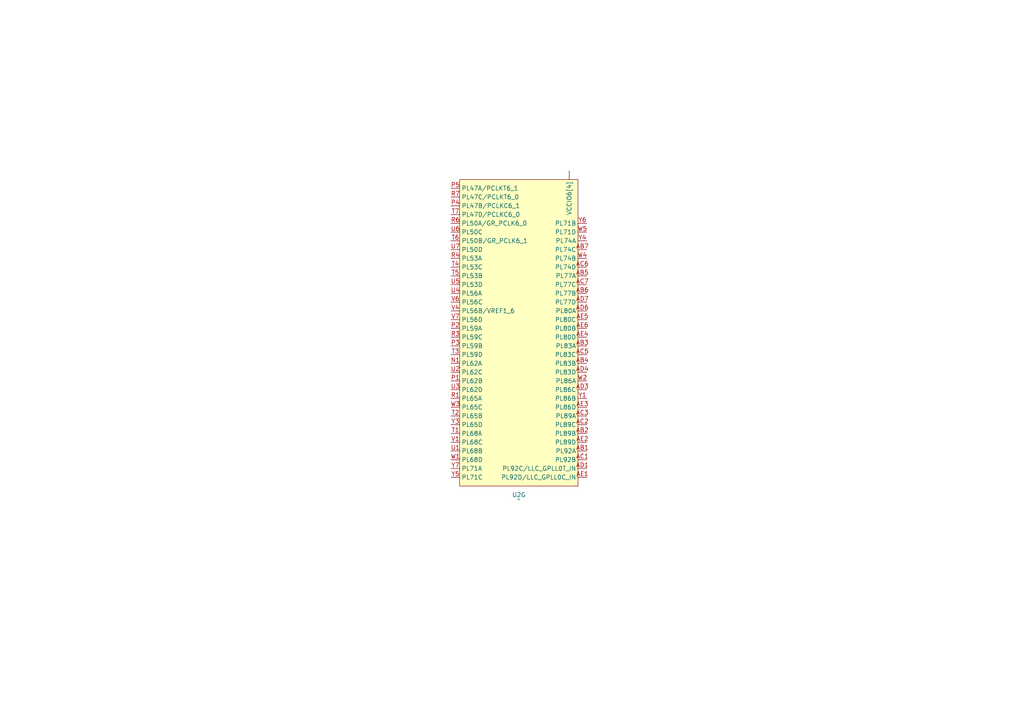
<source format=kicad_sch>
(kicad_sch (version 20231120) (generator "eeschema") (generator_version "8.0")
  (paper "A4")
  (title_block (title "${Project Designation}") (date "2024-06-30") (rev "${Revision}") (comment 1 "${Project Title}") (comment 2 "FPGA BANK 6") (comment 3 "${Part Number}"))
  (lib_symbols
    (symbol "ECAP5-BSOM:LFE5U-85F-*BG756*"
      (property "Reference" "U" (at -1.016 3.81 0))
      (symbol "LFE5U-85F-*BG756*_1_0"
        (pin power_in line (at 8.89 -15.24 90) (length 2.54) (name "GND[265]") (number ""))
        (pin power_in line (at 22.86 0 180) (length 2.54) (name "VCCAUX[8]") (number ""))
        (pin power_in line (at -5.08 0 0) (length 2.54) (name "VCC[36]") (number ""))
        (pin power_in line (at 8.89 -15.24 90) (length 2.54) hide (name "GND") (number "AA11"))
        (pin power_in line (at -5.08 0 0) (length 2.54) hide (name "VCC") (number "AA12"))
        (pin power_in line (at -5.08 0 0) (length 2.54) hide (name "VCC") (number "AA13"))
        (pin power_in line (at -5.08 0 0) (length 2.54) hide (name "VCC") (number "AA14"))
        (pin power_in line (at -5.08 0 0) (length 2.54) hide (name "VCC") (number "AA15"))
        (pin power_in line (at -5.08 0 0) (length 2.54) hide (name "VCC") (number "AA16"))
        (pin power_in line (at -5.08 0 0) (length 2.54) hide (name "VCC") (number "AA17"))
        (pin power_in line (at -5.08 0 0) (length 2.54) hide (name "VCC") (number "AA18"))
        (pin power_in line (at -5.08 0 0) (length 2.54) hide (name "VCC") (number "AA19"))
        (pin power_in line (at -5.08 0 0) (length 2.54) hide (name "VCC") (number "AA20"))
        (pin power_in line (at -5.08 0 0) (length 2.54) hide (name "VCC") (number "AA21"))
        (pin power_in line (at 8.89 -15.24 90) (length 2.54) hide (name "GND") (number "AA22"))
        (pin power_in line (at 8.89 -15.24 90) (length 2.54) hide (name "GND") (number "AB11"))
        (pin power_in line (at 8.89 -15.24 90) (length 2.54) hide (name "GND") (number "AB12"))
        (pin power_in line (at 8.89 -15.24 90) (length 2.54) hide (name "GND") (number "AB13"))
        (pin power_in line (at 8.89 -15.24 90) (length 2.54) hide (name "GND") (number "AB14"))
        (pin power_in line (at 8.89 -15.24 90) (length 2.54) hide (name "GND") (number "AB15"))
        (pin power_in line (at 8.89 -15.24 90) (length 2.54) hide (name "GND") (number "AB16"))
        (pin power_in line (at 8.89 -15.24 90) (length 2.54) hide (name "GND") (number "AB17"))
        (pin power_in line (at 8.89 -15.24 90) (length 2.54) hide (name "GND") (number "AB18"))
        (pin power_in line (at 8.89 -15.24 90) (length 2.54) hide (name "GND") (number "AB19"))
        (pin power_in line (at 8.89 -15.24 90) (length 2.54) hide (name "GND") (number "AB20"))
        (pin power_in line (at 8.89 -15.24 90) (length 2.54) hide (name "GND") (number "AB21"))
        (pin power_in line (at 8.89 -15.24 90) (length 2.54) hide (name "GND") (number "AB22"))
        (pin power_in line (at 22.86 0 180) (length 2.54) hide (name "VCCAUX") (number "AC11"))
        (pin power_in line (at 8.89 -15.24 90) (length 2.54) hide (name "GND") (number "AC12"))
        (pin power_in line (at 8.89 -15.24 90) (length 2.54) hide (name "GND") (number "AC13"))
        (pin power_in line (at 8.89 -15.24 90) (length 2.54) hide (name "GND") (number "AC14"))
        (pin power_in line (at 8.89 -15.24 90) (length 2.54) hide (name "GND") (number "AC15"))
        (pin power_in line (at 8.89 -15.24 90) (length 2.54) hide (name "GND") (number "AC16"))
        (pin power_in line (at 8.89 -15.24 90) (length 2.54) hide (name "GND") (number "AC17"))
        (pin power_in line (at 8.89 -15.24 90) (length 2.54) hide (name "GND") (number "AC18"))
        (pin power_in line (at 8.89 -15.24 90) (length 2.54) hide (name "GND") (number "AC19"))
        (pin power_in line (at 8.89 -15.24 90) (length 2.54) hide (name "GND") (number "AC20"))
        (pin power_in line (at 8.89 -15.24 90) (length 2.54) hide (name "GND") (number "AC21"))
        (pin power_in line (at 22.86 0 180) (length 2.54) hide (name "VCCAUX") (number "AC22"))
        (pin power_in line (at 8.89 -15.24 90) (length 2.54) hide (name "GND") (number "AD2"))
        (pin power_in line (at 8.89 -15.24 90) (length 2.54) hide (name "GND") (number "AD28"))
        (pin power_in line (at 8.89 -15.24 90) (length 2.54) hide (name "GND") (number "AD31"))
        (pin power_in line (at 8.89 -15.24 90) (length 2.54) hide (name "GND") (number "AD5"))
        (pin power_in line (at 8.89 -15.24 90) (length 2.54) hide (name "GND") (number "AF11"))
        (pin power_in line (at 8.89 -15.24 90) (length 2.54) hide (name "GND") (number "AF12"))
        (pin power_in line (at 8.89 -15.24 90) (length 2.54) hide (name "GND") (number "AF14"))
        (pin power_in line (at 8.89 -15.24 90) (length 2.54) hide (name "GND") (number "AF15"))
        (pin power_in line (at 8.89 -15.24 90) (length 2.54) hide (name "GND") (number "AF16"))
        (pin power_in line (at 8.89 -15.24 90) (length 2.54) hide (name "GND") (number "AF17"))
        (pin power_in line (at 8.89 -15.24 90) (length 2.54) hide (name "GND") (number "AF19"))
        (pin power_in line (at 8.89 -15.24 90) (length 2.54) hide (name "GND") (number "AF20"))
        (pin power_in line (at 8.89 -15.24 90) (length 2.54) hide (name "GND") (number "AF22"))
        (pin power_in line (at 8.89 -15.24 90) (length 2.54) hide (name "GND") (number "AF23"))
        (pin power_in line (at 8.89 -15.24 90) (length 2.54) hide (name "GND") (number "AG11"))
        (pin power_in line (at 8.89 -15.24 90) (length 2.54) hide (name "GND") (number "AG12"))
        (pin power_in line (at 8.89 -15.24 90) (length 2.54) hide (name "GND") (number "AG14"))
        (pin power_in line (at 8.89 -15.24 90) (length 2.54) hide (name "GND") (number "AG15"))
        (pin power_in line (at 8.89 -15.24 90) (length 2.54) hide (name "GND") (number "AG16"))
        (pin power_in line (at 8.89 -15.24 90) (length 2.54) hide (name "GND") (number "AG17"))
        (pin power_in line (at 8.89 -15.24 90) (length 2.54) hide (name "GND") (number "AG19"))
        (pin power_in line (at 8.89 -15.24 90) (length 2.54) hide (name "GND") (number "AG20"))
        (pin power_in line (at 8.89 -15.24 90) (length 2.54) hide (name "GND") (number "AG22"))
        (pin power_in line (at 8.89 -15.24 90) (length 2.54) hide (name "GND") (number "AG23"))
        (pin power_in line (at 8.89 -15.24 90) (length 2.54) hide (name "GND") (number "AG9"))
        (pin power_in line (at 8.89 -15.24 90) (length 2.54) hide (name "GND") (number "AH11"))
        (pin power_in line (at 8.89 -15.24 90) (length 2.54) hide (name "GND") (number "AH12"))
        (pin power_in line (at 8.89 -15.24 90) (length 2.54) hide (name "GND") (number "AH14"))
        (pin power_in line (at 8.89 -15.24 90) (length 2.54) hide (name "GND") (number "AH15"))
        (pin power_in line (at 8.89 -15.24 90) (length 2.54) hide (name "GND") (number "AH16"))
        (pin power_in line (at 8.89 -15.24 90) (length 2.54) hide (name "GND") (number "AH17"))
        (pin power_in line (at 8.89 -15.24 90) (length 2.54) hide (name "GND") (number "AH19"))
        (pin power_in line (at 8.89 -15.24 90) (length 2.54) hide (name "GND") (number "AH2"))
        (pin power_in line (at 8.89 -15.24 90) (length 2.54) hide (name "GND") (number "AH20"))
        (pin power_in line (at 8.89 -15.24 90) (length 2.54) hide (name "GND") (number "AH22"))
        (pin power_in line (at 8.89 -15.24 90) (length 2.54) hide (name "GND") (number "AH23"))
        (pin power_in line (at 8.89 -15.24 90) (length 2.54) hide (name "GND") (number "AH24"))
        (pin power_in line (at 8.89 -15.24 90) (length 2.54) hide (name "GND") (number "AH25"))
        (pin power_in line (at 8.89 -15.24 90) (length 2.54) hide (name "GND") (number "AH26"))
        (pin power_in line (at 8.89 -15.24 90) (length 2.54) hide (name "GND") (number "AH29"))
        (pin power_in line (at 8.89 -15.24 90) (length 2.54) hide (name "GND") (number "AH31"))
        (pin power_in line (at 8.89 -15.24 90) (length 2.54) hide (name "GND") (number "AH5"))
        (pin power_in line (at 8.89 -15.24 90) (length 2.54) hide (name "GND") (number "AH7"))
        (pin power_in line (at 8.89 -15.24 90) (length 2.54) hide (name "GND") (number "AH8"))
        (pin power_in line (at 8.89 -15.24 90) (length 2.54) hide (name "GND") (number "AH9"))
        (pin power_in line (at 8.89 -15.24 90) (length 2.54) hide (name "GND") (number "AJ10"))
        (pin power_in line (at 8.89 -15.24 90) (length 2.54) hide (name "GND") (number "AJ11"))
        (pin power_in line (at 8.89 -15.24 90) (length 2.54) hide (name "GND") (number "AJ12"))
        (pin power_in line (at 8.89 -15.24 90) (length 2.54) hide (name "GND") (number "AJ13"))
        (pin power_in line (at 8.89 -15.24 90) (length 2.54) hide (name "GND") (number "AJ14"))
        (pin power_in line (at 8.89 -15.24 90) (length 2.54) hide (name "GND") (number "AJ15"))
        (pin power_in line (at 8.89 -15.24 90) (length 2.54) hide (name "GND") (number "AJ16"))
        (pin power_in line (at 8.89 -15.24 90) (length 2.54) hide (name "GND") (number "AJ17"))
        (pin power_in line (at 8.89 -15.24 90) (length 2.54) hide (name "GND") (number "AJ18"))
        (pin power_in line (at 8.89 -15.24 90) (length 2.54) hide (name "GND") (number "AJ19"))
        (pin power_in line (at 8.89 -15.24 90) (length 2.54) hide (name "GND") (number "AJ20"))
        (pin power_in line (at 8.89 -15.24 90) (length 2.54) hide (name "GND") (number "AJ21"))
        (pin power_in line (at 8.89 -15.24 90) (length 2.54) hide (name "GND") (number "AJ22"))
        (pin power_in line (at 8.89 -15.24 90) (length 2.54) hide (name "GND") (number "AJ23"))
        (pin power_in line (at 8.89 -15.24 90) (length 2.54) hide (name "GND") (number "AJ24"))
        (pin power_in line (at 8.89 -15.24 90) (length 2.54) hide (name "GND") (number "AJ25"))
        (pin power_in line (at 8.89 -15.24 90) (length 2.54) hide (name "GND") (number "AJ26"))
        (pin power_in line (at 8.89 -15.24 90) (length 2.54) hide (name "GND") (number "AJ7"))
        (pin power_in line (at 8.89 -15.24 90) (length 2.54) hide (name "GND") (number "AJ8"))
        (pin power_in line (at 8.89 -15.24 90) (length 2.54) hide (name "GND") (number "AJ9"))
        (pin power_in line (at 8.89 -15.24 90) (length 2.54) hide (name "GND") (number "AK11"))
        (pin power_in line (at 8.89 -15.24 90) (length 2.54) hide (name "GND") (number "AK14"))
        (pin power_in line (at 8.89 -15.24 90) (length 2.54) hide (name "GND") (number "AK17"))
        (pin power_in line (at 8.89 -15.24 90) (length 2.54) hide (name "GND") (number "AK20"))
        (pin power_in line (at 8.89 -15.24 90) (length 2.54) hide (name "GND") (number "AK23"))
        (pin power_in line (at 8.89 -15.24 90) (length 2.54) hide (name "GND") (number "AK26"))
        (pin power_in line (at 8.89 -15.24 90) (length 2.54) hide (name "GND") (number "AK7"))
        (pin power_in line (at 8.89 -15.24 90) (length 2.54) hide (name "GND") (number "AK8"))
        (pin power_in line (at 8.89 -15.24 90) (length 2.54) hide (name "GND") (number "AL11"))
        (pin power_in line (at 8.89 -15.24 90) (length 2.54) hide (name "GND") (number "AL12"))
        (pin power_in line (at 8.89 -15.24 90) (length 2.54) hide (name "GND") (number "AL14"))
        (pin power_in line (at 8.89 -15.24 90) (length 2.54) hide (name "GND") (number "AL15"))
        (pin power_in line (at 8.89 -15.24 90) (length 2.54) hide (name "GND") (number "AL17"))
        (pin power_in line (at 8.89 -15.24 90) (length 2.54) hide (name "GND") (number "AL18"))
        (pin power_in line (at 8.89 -15.24 90) (length 2.54) hide (name "GND") (number "AL2"))
        (pin power_in line (at 8.89 -15.24 90) (length 2.54) hide (name "GND") (number "AL20"))
        (pin power_in line (at 8.89 -15.24 90) (length 2.54) hide (name "GND") (number "AL21"))
        (pin power_in line (at 8.89 -15.24 90) (length 2.54) hide (name "GND") (number "AL23"))
        (pin power_in line (at 8.89 -15.24 90) (length 2.54) hide (name "GND") (number "AL24"))
        (pin power_in line (at 8.89 -15.24 90) (length 2.54) hide (name "GND") (number "AL26"))
        (pin power_in line (at 8.89 -15.24 90) (length 2.54) hide (name "GND") (number "AL29"))
        (pin power_in line (at 8.89 -15.24 90) (length 2.54) hide (name "GND") (number "AL31"))
        (pin power_in line (at 8.89 -15.24 90) (length 2.54) hide (name "GND") (number "AL5"))
        (pin power_in line (at 8.89 -15.24 90) (length 2.54) hide (name "GND") (number "AL7"))
        (pin power_in line (at 8.89 -15.24 90) (length 2.54) hide (name "GND") (number "AL8"))
        (pin power_in line (at 8.89 -15.24 90) (length 2.54) hide (name "GND") (number "AL9"))
        (pin power_in line (at 8.89 -15.24 90) (length 2.54) hide (name "GND") (number "AM11"))
        (pin power_in line (at 8.89 -15.24 90) (length 2.54) hide (name "GND") (number "AM12"))
        (pin power_in line (at 8.89 -15.24 90) (length 2.54) hide (name "GND") (number "AM14"))
        (pin power_in line (at 8.89 -15.24 90) (length 2.54) hide (name "GND") (number "AM15"))
        (pin power_in line (at 8.89 -15.24 90) (length 2.54) hide (name "GND") (number "AM17"))
        (pin power_in line (at 8.89 -15.24 90) (length 2.54) hide (name "GND") (number "AM18"))
        (pin power_in line (at 8.89 -15.24 90) (length 2.54) hide (name "GND") (number "AM20"))
        (pin power_in line (at 8.89 -15.24 90) (length 2.54) hide (name "GND") (number "AM21"))
        (pin power_in line (at 8.89 -15.24 90) (length 2.54) hide (name "GND") (number "AM23"))
        (pin power_in line (at 8.89 -15.24 90) (length 2.54) hide (name "GND") (number "AM24"))
        (pin power_in line (at 8.89 -15.24 90) (length 2.54) hide (name "GND") (number "AM26"))
        (pin power_in line (at 8.89 -15.24 90) (length 2.54) hide (name "GND") (number "AM7"))
        (pin power_in line (at 8.89 -15.24 90) (length 2.54) hide (name "GND") (number "AM8"))
        (pin power_in line (at 8.89 -15.24 90) (length 2.54) hide (name "GND") (number "AM9"))
        (pin power_in line (at 8.89 -15.24 90) (length 2.54) hide (name "GND") (number "B13"))
        (pin power_in line (at 8.89 -15.24 90) (length 2.54) hide (name "GND") (number "B15"))
        (pin power_in line (at 8.89 -15.24 90) (length 2.54) hide (name "GND") (number "B18"))
        (pin power_in line (at 8.89 -15.24 90) (length 2.54) hide (name "GND") (number "B2"))
        (pin power_in line (at 8.89 -15.24 90) (length 2.54) hide (name "GND") (number "B20"))
        (pin power_in line (at 8.89 -15.24 90) (length 2.54) hide (name "GND") (number "B24"))
        (pin power_in line (at 8.89 -15.24 90) (length 2.54) hide (name "GND") (number "B28"))
        (pin power_in line (at 8.89 -15.24 90) (length 2.54) hide (name "GND") (number "B31"))
        (pin power_in line (at 8.89 -15.24 90) (length 2.54) hide (name "GND") (number "B5"))
        (pin power_in line (at 8.89 -15.24 90) (length 2.54) hide (name "GND") (number "B9"))
        (pin power_in line (at 8.89 -15.24 90) (length 2.54) hide (name "GND") (number "E13"))
        (pin power_in line (at 8.89 -15.24 90) (length 2.54) hide (name "GND") (number "E15"))
        (pin power_in line (at 8.89 -15.24 90) (length 2.54) hide (name "GND") (number "E18"))
        (pin power_in line (at 8.89 -15.24 90) (length 2.54) hide (name "GND") (number "E2"))
        (pin power_in line (at 8.89 -15.24 90) (length 2.54) hide (name "GND") (number "E20"))
        (pin power_in line (at 8.89 -15.24 90) (length 2.54) hide (name "GND") (number "E24"))
        (pin power_in line (at 8.89 -15.24 90) (length 2.54) hide (name "GND") (number "E28"))
        (pin power_in line (at 8.89 -15.24 90) (length 2.54) hide (name "GND") (number "E31"))
        (pin power_in line (at 8.89 -15.24 90) (length 2.54) hide (name "GND") (number "E5"))
        (pin power_in line (at 8.89 -15.24 90) (length 2.54) hide (name "GND") (number "E9"))
        (pin power_in line (at 8.89 -15.24 90) (length 2.54) hide (name "GND") (number "J2"))
        (pin power_in line (at 8.89 -15.24 90) (length 2.54) hide (name "GND") (number "J28"))
        (pin power_in line (at 8.89 -15.24 90) (length 2.54) hide (name "GND") (number "J31"))
        (pin power_in line (at 8.89 -15.24 90) (length 2.54) hide (name "GND") (number "J5"))
        (pin power_in line (at 8.89 -15.24 90) (length 2.54) hide (name "GND") (number "K10"))
        (pin power_in line (at 8.89 -15.24 90) (length 2.54) hide (name "GND") (number "K11"))
        (pin power_in line (at 22.86 0 180) (length 2.54) hide (name "VCCAUX") (number "K13"))
        (pin power_in line (at 22.86 0 180) (length 2.54) hide (name "VCCAUX") (number "K20"))
        (pin power_in line (at 8.89 -15.24 90) (length 2.54) hide (name "GND") (number "K22"))
        (pin power_in line (at 8.89 -15.24 90) (length 2.54) hide (name "GND") (number "K23"))
        (pin power_in line (at 8.89 -15.24 90) (length 2.54) hide (name "GND") (number "L10"))
        (pin power_in line (at 8.89 -15.24 90) (length 2.54) hide (name "GND") (number "L11"))
        (pin power_in line (at 8.89 -15.24 90) (length 2.54) hide (name "GND") (number "L12"))
        (pin power_in line (at 8.89 -15.24 90) (length 2.54) hide (name "GND") (number "L13"))
        (pin power_in line (at 8.89 -15.24 90) (length 2.54) hide (name "GND") (number "L14"))
        (pin power_in line (at 8.89 -15.24 90) (length 2.54) hide (name "GND") (number "L15"))
        (pin power_in line (at 8.89 -15.24 90) (length 2.54) hide (name "GND") (number "L16"))
        (pin power_in line (at 8.89 -15.24 90) (length 2.54) hide (name "GND") (number "L17"))
        (pin power_in line (at 8.89 -15.24 90) (length 2.54) hide (name "GND") (number "L18"))
        (pin power_in line (at 8.89 -15.24 90) (length 2.54) hide (name "GND") (number "L19"))
        (pin power_in line (at 8.89 -15.24 90) (length 2.54) hide (name "GND") (number "L20"))
        (pin power_in line (at 8.89 -15.24 90) (length 2.54) hide (name "GND") (number "L21"))
        (pin power_in line (at 8.89 -15.24 90) (length 2.54) hide (name "GND") (number "L22"))
        (pin power_in line (at 8.89 -15.24 90) (length 2.54) hide (name "GND") (number "L23"))
        (pin power_in line (at 8.89 -15.24 90) (length 2.54) hide (name "GND") (number "M11"))
        (pin power_in line (at -5.08 0 0) (length 2.54) hide (name "VCC") (number "M12"))
        (pin power_in line (at -5.08 0 0) (length 2.54) hide (name "VCC") (number "M13"))
        (pin power_in line (at -5.08 0 0) (length 2.54) hide (name "VCC") (number "M14"))
        (pin power_in line (at -5.08 0 0) (length 2.54) hide (name "VCC") (number "M15"))
        (pin power_in line (at -5.08 0 0) (length 2.54) hide (name "VCC") (number "M16"))
        (pin power_in line (at -5.08 0 0) (length 2.54) hide (name "VCC") (number "M17"))
        (pin power_in line (at -5.08 0 0) (length 2.54) hide (name "VCC") (number "M18"))
        (pin power_in line (at -5.08 0 0) (length 2.54) hide (name "VCC") (number "M19"))
        (pin power_in line (at -5.08 0 0) (length 2.54) hide (name "VCC") (number "M20"))
        (pin power_in line (at -5.08 0 0) (length 2.54) hide (name "VCC") (number "M21"))
        (pin power_in line (at 8.89 -15.24 90) (length 2.54) hide (name "GND") (number "M22"))
        (pin power_in line (at 22.86 0 180) (length 2.54) hide (name "VCCAUX") (number "N10"))
        (pin power_in line (at 8.89 -15.24 90) (length 2.54) hide (name "GND") (number "N11"))
        (pin power_in line (at -5.08 0 0) (length 2.54) hide (name "VCC") (number "N12"))
        (pin power_in line (at 8.89 -15.24 90) (length 2.54) hide (name "GND") (number "N13"))
        (pin power_in line (at 8.89 -15.24 90) (length 2.54) hide (name "GND") (number "N14"))
        (pin power_in line (at 8.89 -15.24 90) (length 2.54) hide (name "GND") (number "N15"))
        (pin power_in line (at 8.89 -15.24 90) (length 2.54) hide (name "GND") (number "N16"))
        (pin power_in line (at 8.89 -15.24 90) (length 2.54) hide (name "GND") (number "N17"))
        (pin power_in line (at 8.89 -15.24 90) (length 2.54) hide (name "GND") (number "N18"))
        (pin power_in line (at 8.89 -15.24 90) (length 2.54) hide (name "GND") (number "N19"))
        (pin power_in line (at 8.89 -15.24 90) (length 2.54) hide (name "GND") (number "N2"))
        (pin power_in line (at 8.89 -15.24 90) (length 2.54) hide (name "GND") (number "N20"))
        (pin power_in line (at -5.08 0 0) (length 2.54) hide (name "VCC") (number "N21"))
        (pin power_in line (at 8.89 -15.24 90) (length 2.54) hide (name "GND") (number "N22"))
        (pin power_in line (at 22.86 0 180) (length 2.54) hide (name "VCCAUX") (number "N23"))
        (pin power_in line (at 8.89 -15.24 90) (length 2.54) hide (name "GND") (number "N28"))
        (pin power_in line (at 8.89 -15.24 90) (length 2.54) hide (name "GND") (number "N31"))
        (pin power_in line (at 8.89 -15.24 90) (length 2.54) hide (name "GND") (number "N5"))
        (pin power_in line (at 8.89 -15.24 90) (length 2.54) hide (name "GND") (number "P11"))
        (pin power_in line (at -5.08 0 0) (length 2.54) hide (name "VCC") (number "P12"))
        (pin power_in line (at 8.89 -15.24 90) (length 2.54) hide (name "GND") (number "P13"))
        (pin power_in line (at 8.89 -15.24 90) (length 2.54) hide (name "GND") (number "P14"))
        (pin power_in line (at 8.89 -15.24 90) (length 2.54) hide (name "GND") (number "P15"))
        (pin power_in line (at 8.89 -15.24 90) (length 2.54) hide (name "GND") (number "P16"))
        (pin power_in line (at 8.89 -15.24 90) (length 2.54) hide (name "GND") (number "P17"))
        (pin power_in line (at 8.89 -15.24 90) (length 2.54) hide (name "GND") (number "P18"))
        (pin power_in line (at 8.89 -15.24 90) (length 2.54) hide (name "GND") (number "P19"))
        (pin power_in line (at -5.08 0 0) (length 2.54) hide (name "VCC") (number "P21"))
        (pin power_in line (at 8.89 -15.24 90) (length 2.54) hide (name "GND") (number "P22"))
        (pin power_in line (at -5.08 0 0) (length 2.54) hide (name "VCC") (number "R12"))
        (pin power_in line (at 8.89 -15.24 90) (length 2.54) hide (name "GND") (number "R13"))
        (pin power_in line (at 8.89 -15.24 90) (length 2.54) hide (name "GND") (number "R14"))
        (pin power_in line (at 8.89 -15.24 90) (length 2.54) hide (name "GND") (number "R15"))
        (pin power_in line (at 8.89 -15.24 90) (length 2.54) hide (name "GND") (number "R16"))
        (pin power_in line (at 8.89 -15.24 90) (length 2.54) hide (name "GND") (number "R17"))
        (pin power_in line (at 8.89 -15.24 90) (length 2.54) hide (name "GND") (number "R18"))
        (pin power_in line (at 8.89 -15.24 90) (length 2.54) hide (name "GND") (number "R19"))
        (pin power_in line (at 8.89 -15.24 90) (length 2.54) hide (name "GND") (number "R2"))
        (pin power_in line (at 8.89 -15.24 90) (length 2.54) hide (name "GND") (number "R20"))
        (pin power_in line (at -5.08 0 0) (length 2.54) hide (name "VCC") (number "R21"))
        (pin power_in line (at 8.89 -15.24 90) (length 2.54) hide (name "GND") (number "R22"))
        (pin power_in line (at 8.89 -15.24 90) (length 2.54) hide (name "GND") (number "R28"))
        (pin power_in line (at 8.89 -15.24 90) (length 2.54) hide (name "GND") (number "R31"))
        (pin power_in line (at 8.89 -15.24 90) (length 2.54) hide (name "GND") (number "R5"))
        (pin power_in line (at 8.89 -15.24 90) (length 2.54) hide (name "GND") (number "T11"))
        (pin power_in line (at -5.08 0 0) (length 2.54) hide (name "VCC") (number "T12"))
        (pin power_in line (at 8.89 -15.24 90) (length 2.54) hide (name "GND") (number "T13"))
        (pin power_in line (at 8.89 -15.24 90) (length 2.54) hide (name "GND") (number "T14"))
        (pin power_in line (at 8.89 -15.24 90) (length 2.54) hide (name "GND") (number "T15"))
        (pin power_in line (at 8.89 -15.24 90) (length 2.54) hide (name "GND") (number "T16"))
        (pin power_in line (at 8.89 -15.24 90) (length 2.54) hide (name "GND") (number "T17"))
        (pin power_in line (at 8.89 -15.24 90) (length 2.54) hide (name "GND") (number "T18"))
        (pin power_in line (at 8.89 -15.24 90) (length 2.54) hide (name "GND") (number "T19"))
        (pin power_in line (at 8.89 -15.24 90) (length 2.54) hide (name "GND") (number "T20"))
        (pin power_in line (at -5.08 0 0) (length 2.54) hide (name "VCC") (number "T21"))
        (pin power_in line (at 8.89 -15.24 90) (length 2.54) hide (name "GND") (number "T22"))
        (pin power_in line (at 8.89 -15.24 90) (length 2.54) hide (name "GND") (number "U11"))
        (pin power_in line (at -5.08 0 0) (length 2.54) hide (name "VCC") (number "U12"))
        (pin power_in line (at 8.89 -15.24 90) (length 2.54) hide (name "GND") (number "U13"))
        (pin power_in line (at 8.89 -15.24 90) (length 2.54) hide (name "GND") (number "U14"))
        (pin power_in line (at 8.89 -15.24 90) (length 2.54) hide (name "GND") (number "U15"))
        (pin power_in line (at 8.89 -15.24 90) (length 2.54) hide (name "GND") (number "U16"))
        (pin power_in line (at 8.89 -15.24 90) (length 2.54) hide (name "GND") (number "U17"))
        (pin power_in line (at 8.89 -15.24 90) (length 2.54) hide (name "GND") (number "U18"))
        (pin power_in line (at 8.89 -15.24 90) (length 2.54) hide (name "GND") (number "U19"))
        (pin power_in line (at 8.89 -15.24 90) (length 2.54) hide (name "GND") (number "U20"))
        (pin power_in line (at -5.08 0 0) (length 2.54) hide (name "VCC") (number "U21"))
        (pin power_in line (at 8.89 -15.24 90) (length 2.54) hide (name "GND") (number "U22"))
        (pin power_in line (at 8.89 -15.24 90) (length 2.54) hide (name "GND") (number "V11"))
        (pin power_in line (at -5.08 0 0) (length 2.54) hide (name "VCC") (number "V12"))
        (pin power_in line (at 8.89 -15.24 90) (length 2.54) hide (name "GND") (number "V13"))
        (pin power_in line (at 8.89 -15.24 90) (length 2.54) hide (name "GND") (number "V14"))
        (pin power_in line (at 8.89 -15.24 90) (length 2.54) hide (name "GND") (number "V15"))
        (pin power_in line (at 8.89 -15.24 90) (length 2.54) hide (name "GND") (number "V16"))
        (pin power_in line (at 8.89 -15.24 90) (length 2.54) hide (name "GND") (number "V17"))
        (pin power_in line (at 8.89 -15.24 90) (length 2.54) hide (name "GND") (number "V18"))
        (pin power_in line (at 8.89 -15.24 90) (length 2.54) hide (name "GND") (number "V19"))
        (pin power_in line (at 8.89 -15.24 90) (length 2.54) hide (name "GND") (number "V2"))
        (pin power_in line (at 8.89 -15.24 90) (length 2.54) hide (name "GND") (number "V20"))
        (pin power_in line (at -5.08 0 0) (length 2.54) hide (name "VCC") (number "V21"))
        (pin power_in line (at 8.89 -15.24 90) (length 2.54) hide (name "GND") (number "V22"))
        (pin power_in line (at 8.89 -15.24 90) (length 2.54) hide (name "GND") (number "V28"))
        (pin power_in line (at 8.89 -15.24 90) (length 2.54) hide (name "GND") (number "V31"))
        (pin power_in line (at 8.89 -15.24 90) (length 2.54) hide (name "GND") (number "V5"))
        (pin power_in line (at 8.89 -15.24 90) (length 2.54) hide (name "GND") (number "W11"))
        (pin power_in line (at -5.08 0 0) (length 2.54) hide (name "VCC") (number "W12"))
        (pin power_in line (at 8.89 -15.24 90) (length 2.54) hide (name "GND") (number "W13"))
        (pin power_in line (at 8.89 -15.24 90) (length 2.54) hide (name "GND") (number "W14"))
        (pin power_in line (at 8.89 -15.24 90) (length 2.54) hide (name "GND") (number "W15"))
        (pin power_in line (at 8.89 -15.24 90) (length 2.54) hide (name "GND") (number "W16"))
        (pin power_in line (at 8.89 -15.24 90) (length 2.54) hide (name "GND") (number "W17"))
        (pin power_in line (at 8.89 -15.24 90) (length 2.54) hide (name "GND") (number "W18"))
        (pin power_in line (at 8.89 -15.24 90) (length 2.54) hide (name "GND") (number "W19"))
        (pin power_in line (at 8.89 -15.24 90) (length 2.54) hide (name "GND") (number "W20"))
        (pin power_in line (at -5.08 0 0) (length 2.54) hide (name "VCC") (number "W21"))
        (pin power_in line (at 8.89 -15.24 90) (length 2.54) hide (name "GND") (number "W22"))
        (pin power_in line (at 22.86 0 180) (length 2.54) hide (name "VCCAUX") (number "Y10"))
        (pin power_in line (at 8.89 -15.24 90) (length 2.54) hide (name "GND") (number "Y11"))
        (pin power_in line (at -5.08 0 0) (length 2.54) hide (name "VCC") (number "Y12"))
        (pin power_in line (at 8.89 -15.24 90) (length 2.54) hide (name "GND") (number "Y13"))
        (pin power_in line (at 8.89 -15.24 90) (length 2.54) hide (name "GND") (number "Y14"))
        (pin power_in line (at 8.89 -15.24 90) (length 2.54) hide (name "GND") (number "Y15"))
        (pin power_in line (at 8.89 -15.24 90) (length 2.54) hide (name "GND") (number "Y16"))
        (pin power_in line (at 8.89 -15.24 90) (length 2.54) hide (name "GND") (number "Y17"))
        (pin power_in line (at 8.89 -15.24 90) (length 2.54) hide (name "GND") (number "Y18"))
        (pin power_in line (at 8.89 -15.24 90) (length 2.54) hide (name "GND") (number "Y19"))
        (pin power_in line (at 8.89 -15.24 90) (length 2.54) hide (name "GND") (number "Y2"))
        (pin power_in line (at 8.89 -15.24 90) (length 2.54) hide (name "GND") (number "Y20"))
        (pin power_in line (at -5.08 0 0) (length 2.54) hide (name "VCC") (number "Y21"))
        (pin power_in line (at 8.89 -15.24 90) (length 2.54) hide (name "GND") (number "Y22"))
        (pin power_in line (at 22.86 0 180) (length 2.54) hide (name "VCCAUX") (number "Y23"))
        (pin power_in line (at 8.89 -15.24 90) (length 2.54) hide (name "GND") (number "Y31"))
      )
      (symbol "LFE5U-85F-*BG756*_1_1"
        (rectangle (start -2.54 2.54) (end 20.32 -12.7) (fill (type background)))
      )
      (symbol "LFE5U-85F-*BG756*_2_0"
        (pin power_in line (at 30.48 5.08 270) (length 2.54) (name "VCCIO0[4]") (number ""))
        (pin power_in line (at -3.81 -63.5 0) (length 2.54) (name "PT31B") (number "A10"))
        (pin power_in line (at 35.56 -12.7 180) (length 2.54) (name "PT38B") (number "A11"))
        (pin power_in line (at 35.56 -22.86 180) (length 2.54) (name "PT42B") (number "A13"))
        (pin power_in line (at 35.56 -38.1 180) (length 2.54) (name "PT49B") (number "A14"))
        (pin power_in line (at 35.56 -48.26 180) (length 2.54) (name "PT54B") (number "A15"))
        (pin power_in line (at 35.56 -63.5 180) (length 2.54) (name "PT60B/GR_PCLK0_0") (number "A16"))
        (pin power_in line (at 35.56 -66.04 180) (length 2.54) (name "PT63A/PCLKT0_1") (number "A17"))
        (pin power_in line (at -3.81 -5.08 0) (length 2.54) (name "PT6A") (number "A2"))
        (pin power_in line (at -3.81 -7.62 0) (length 2.54) (name "PT6B") (number "A3"))
        (pin power_in line (at -3.81 -10.16 0) (length 2.54) (name "PT9A") (number "A4"))
        (pin power_in line (at -3.81 -12.7 0) (length 2.54) (name "PT9B") (number "A5"))
        (pin power_in line (at -3.81 -22.86 0) (length 2.54) (name "PT13B") (number "A7"))
        (pin power_in line (at -3.81 -38.1 0) (length 2.54) (name "PT20B") (number "A8"))
        (pin power_in line (at -3.81 -48.26 0) (length 2.54) (name "PT24B") (number "A9"))
        (pin power_in line (at -3.81 -60.96 0) (length 2.54) (name "PT31A") (number "B10"))
        (pin power_in line (at 35.56 -10.16 180) (length 2.54) (name "PT38A") (number "B11"))
        (pin power_in line (at 35.56 -35.56 180) (length 2.54) (name "PT49A") (number "B14"))
        (pin power_in line (at 35.56 -60.96 180) (length 2.54) (name "PT60A/GR_PCLK0_1") (number "B16"))
        (pin power_in line (at 35.56 -68.58 180) (length 2.54) (name "PT63B/PCLKC0_1") (number "B17"))
        (pin power_in line (at -3.81 0 0) (length 2.54) (name "PT4A/ULC_GPLL1T_IN") (number "B3"))
        (pin power_in line (at -3.81 -2.54 0) (length 2.54) (name "PT4B/ULC_GPLL1C_IN") (number "B4"))
        (pin power_in line (at -3.81 -20.32 0) (length 2.54) (name "PT13A") (number "B7"))
        (pin power_in line (at -3.81 -35.56 0) (length 2.54) (name "PT20A") (number "B8"))
        (pin power_in line (at -3.81 -58.42 0) (length 2.54) (name "PT29B") (number "C10"))
        (pin power_in line (at -3.81 -73.66 0) (length 2.54) (name "PT36B") (number "C11"))
        (pin power_in line (at 35.56 -20.32 180) (length 2.54) (name "PT42A") (number "C13"))
        (pin power_in line (at 35.56 -33.02 180) (length 2.54) (name "PT47B") (number "C14"))
        (pin power_in line (at 35.56 -45.72 180) (length 2.54) (name "PT54A") (number "C15"))
        (pin power_in line (at 35.56 -58.42 180) (length 2.54) (name "PT58B") (number "C16"))
        (pin power_in line (at 35.56 -71.12 180) (length 2.54) (name "PT65A/PCLKT0_0") (number "C17"))
        (pin power_in line (at -3.81 -17.78 0) (length 2.54) (name "PT11B") (number "C7"))
        (pin power_in line (at -3.81 -33.02 0) (length 2.54) (name "PT18B") (number "C8"))
        (pin power_in line (at -3.81 -45.72 0) (length 2.54) (name "PT24A") (number "C9"))
        (pin power_in line (at -3.81 -55.88 0) (length 2.54) (name "PT29A") (number "D10"))
        (pin power_in line (at -3.81 -71.12 0) (length 2.54) (name "PT36A") (number "D11"))
        (pin power_in line (at 35.56 -17.78 180) (length 2.54) (name "PT40B") (number "D13"))
        (pin power_in line (at 35.56 -30.48 180) (length 2.54) (name "PT47A") (number "D14"))
        (pin power_in line (at 35.56 -43.18 180) (length 2.54) (name "PT51B") (number "D15"))
        (pin power_in line (at 35.56 -55.88 180) (length 2.54) (name "PT58A") (number "D16"))
        (pin power_in line (at 35.56 -73.66 180) (length 2.54) (name "PT65B/PCLKC0_0") (number "D17"))
        (pin power_in line (at -3.81 -15.24 0) (length 2.54) (name "PT11A") (number "D7"))
        (pin power_in line (at -3.81 -30.48 0) (length 2.54) (name "PT18A") (number "D8"))
        (pin power_in line (at -3.81 -43.18 0) (length 2.54) (name "PT22B") (number "D9"))
        (pin power_in line (at -3.81 -53.34 0) (length 2.54) (name "PT27B") (number "E10"))
        (pin power_in line (at -3.81 -68.58 0) (length 2.54) (name "PT33B") (number "E11"))
        (pin power_in line (at 35.56 -27.94 180) (length 2.54) (name "PT45B") (number "E14"))
        (pin power_in line (at 35.56 -53.34 180) (length 2.54) (name "PT56B") (number "E16"))
        (pin power_in line (at -3.81 -27.94 0) (length 2.54) (name "PT15B") (number "E8"))
        (pin power_in line (at -3.81 -50.8 0) (length 2.54) (name "PT27A") (number "F10"))
        (pin power_in line (at -3.81 -66.04 0) (length 2.54) (name "PT33A") (number "F11"))
        (pin power_in line (at 35.56 -15.24 180) (length 2.54) (name "PT40A") (number "F13"))
        (pin power_in line (at 35.56 -25.4 180) (length 2.54) (name "PT45A") (number "F14"))
        (pin power_in line (at 35.56 -40.64 180) (length 2.54) (name "PT51A") (number "F15"))
        (pin power_in line (at 35.56 -50.8 180) (length 2.54) (name "PT56A") (number "F16"))
        (pin power_in line (at -3.81 -25.4 0) (length 2.54) (name "PT15A") (number "F8"))
        (pin power_in line (at -3.81 -40.64 0) (length 2.54) (name "PT22A") (number "F9"))
        (pin power_in line (at 30.48 5.08 270) (length 2.54) hide (name "VCCIO0") (number "K12"))
        (pin power_in line (at 30.48 5.08 270) (length 2.54) hide (name "VCCIO0") (number "K14"))
        (pin power_in line (at 30.48 5.08 270) (length 2.54) hide (name "VCCIO0") (number "K15"))
        (pin power_in line (at 30.48 5.08 270) (length 2.54) hide (name "VCCIO0") (number "K16"))
      )
      (symbol "LFE5U-85F-*BG756*_2_1"
        (rectangle (start -1.27 2.54) (end 33.02 -76.2) (fill (type background)))
      )
      (symbol "LFE5U-85F-*BG756*_3_0"
        (pin power_in line (at 30.48 5.08 270) (length 2.54) (name "VCCIO1[4]") (number ""))
        (pin power_in line (at -3.81 -5.08 0) (length 2.54) (name "PT71A/PCLKT1_0") (number "A18"))
        (pin power_in line (at -3.81 -15.24 0) (length 2.54) (name "PT76A") (number "A19"))
        (pin power_in line (at -3.81 -30.48 0) (length 2.54) (name "PT83A") (number "A20"))
        (pin power_in line (at -3.81 -40.64 0) (length 2.54) (name "PT87A") (number "A22"))
        (pin power_in line (at -3.81 -55.88 0) (length 2.54) (name "PT94A") (number "A23"))
        (pin power_in line (at -3.81 -71.12 0) (length 2.54) (name "PT101A") (number "A24"))
        (pin power_in line (at 35.56 -35.56 180) (length 2.54) (name "PT105A") (number "A25"))
        (pin power_in line (at 35.56 -50.8 180) (length 2.54) (name "PT112A") (number "A26"))
        (pin power_in line (at 35.56 -60.96 180) (length 2.54) (name "PT116A") (number "A28"))
        (pin power_in line (at 35.56 -63.5 180) (length 2.54) (name "PT116B") (number "A29"))
        (pin power_in line (at 35.56 -66.04 180) (length 2.54) (name "PT119A") (number "A30"))
        (pin power_in line (at 35.56 -68.58 180) (length 2.54) (name "PT119B") (number "A31"))
        (pin power_in line (at -3.81 -17.78 0) (length 2.54) (name "PT76B") (number "B19"))
        (pin power_in line (at -3.81 -43.18 0) (length 2.54) (name "PT87B") (number "B22"))
        (pin power_in line (at -3.81 -58.42 0) (length 2.54) (name "PT94B") (number "B23"))
        (pin power_in line (at 35.56 -38.1 180) (length 2.54) (name "PT105B") (number "B25"))
        (pin power_in line (at 35.56 -53.34 180) (length 2.54) (name "PT112B") (number "B26"))
        (pin power_in line (at 35.56 -71.12 180) (length 2.54) (name "PT121A/URC_GPLL1T_IN") (number "B29"))
        (pin power_in line (at 35.56 -73.66 180) (length 2.54) (name "PT121B/URC_GPLL1C_IN") (number "B30"))
        (pin power_in line (at -3.81 -7.62 0) (length 2.54) (name "PT71B/PCLKC1_0") (number "C18"))
        (pin power_in line (at -3.81 -20.32 0) (length 2.54) (name "PT78A") (number "C19"))
        (pin power_in line (at -3.81 -33.02 0) (length 2.54) (name "PT83B") (number "C20"))
        (pin power_in line (at -3.81 -45.72 0) (length 2.54) (name "PT89A") (number "C22"))
        (pin power_in line (at -3.81 -60.96 0) (length 2.54) (name "PT96A") (number "C23"))
        (pin power_in line (at -3.81 -73.66 0) (length 2.54) (name "PT101B") (number "C24"))
        (pin power_in line (at 35.56 -40.64 180) (length 2.54) (name "PT107A") (number "C25"))
        (pin power_in line (at 35.56 -55.88 180) (length 2.54) (name "PT114A") (number "C26"))
        (pin power_in line (at -3.81 -10.16 0) (length 2.54) (name "PT74A/GR_PCLK1_0") (number "D18"))
        (pin power_in line (at -3.81 -22.86 0) (length 2.54) (name "PT78B") (number "D19"))
        (pin power_in line (at -3.81 -35.56 0) (length 2.54) (name "PT85A") (number "D20"))
        (pin power_in line (at -3.81 -48.26 0) (length 2.54) (name "PT89B") (number "D22"))
        (pin power_in line (at -3.81 -63.5 0) (length 2.54) (name "PT96B") (number "D23"))
        (pin power_in line (at 35.56 -30.48 180) (length 2.54) (name "PT103A") (number "D24"))
        (pin power_in line (at 35.56 -43.18 180) (length 2.54) (name "PT107B") (number "D25"))
        (pin power_in line (at 35.56 -58.42 180) (length 2.54) (name "PT114B") (number "D26"))
        (pin power_in line (at -3.81 0 0) (length 2.54) (name "PT69A/PCLKT1_1") (number "E17"))
        (pin power_in line (at -3.81 -25.4 0) (length 2.54) (name "PT80A") (number "E19"))
        (pin power_in line (at -3.81 -50.8 0) (length 2.54) (name "PT92A") (number "E22"))
        (pin power_in line (at -3.81 -66.04 0) (length 2.54) (name "PT98A") (number "E23"))
        (pin power_in line (at 35.56 -45.72 180) (length 2.54) (name "PT110A") (number "E25"))
        (pin power_in line (at -3.81 -2.54 0) (length 2.54) (name "PT69B/PCLKC1_1") (number "F17"))
        (pin power_in line (at -3.81 -12.7 0) (length 2.54) (name "PT74B/GR_PCLK1_1") (number "F18"))
        (pin power_in line (at -3.81 -27.94 0) (length 2.54) (name "PT80B") (number "F19"))
        (pin power_in line (at -3.81 -38.1 0) (length 2.54) (name "PT85B") (number "F20"))
        (pin power_in line (at -3.81 -53.34 0) (length 2.54) (name "PT92B") (number "F22"))
        (pin power_in line (at -3.81 -68.58 0) (length 2.54) (name "PT98B") (number "F23"))
        (pin power_in line (at 35.56 -33.02 180) (length 2.54) (name "PT103B") (number "F24"))
        (pin power_in line (at 35.56 -48.26 180) (length 2.54) (name "PT110B") (number "F25"))
        (pin power_in line (at 30.48 5.08 270) (length 2.54) hide (name "VCCIO1") (number "K17"))
        (pin power_in line (at 30.48 5.08 270) (length 2.54) hide (name "VCCIO1") (number "K18"))
        (pin power_in line (at 30.48 5.08 270) (length 2.54) hide (name "VCCIO1") (number "K19"))
        (pin power_in line (at 30.48 5.08 270) (length 2.54) hide (name "VCCIO1") (number "K21"))
      )
      (symbol "LFE5U-85F-*BG756*_3_1"
        (rectangle (start -1.27 2.54) (end 33.02 -76.2) (fill (type background)))
      )
      (symbol "LFE5U-85F-*BG756*_4_0"
        (pin power_in line (at 30.48 5.08 270) (length 2.54) (name "VCCIO2[4]") (number ""))
        (pin power_in line (at -3.81 -20.32 0) (length 2.54) (name "PR17A") (number "B32"))
        (pin power_in line (at -3.81 0 0) (length 2.54) (name "PR11A/URC_GPLL0T_IN") (number "C28"))
        (pin power_in line (at -3.81 -5.08 0) (length 2.54) (name "PR11C") (number "C29"))
        (pin power_in line (at -3.81 -7.62 0) (length 2.54) (name "PR11D") (number "C30"))
        (pin power_in line (at -3.81 -22.86 0) (length 2.54) (name "PR17B") (number "C31"))
        (pin power_in line (at -3.81 -35.56 0) (length 2.54) (name "PR20C") (number "C32"))
        (pin power_in line (at -3.81 -2.54 0) (length 2.54) (name "PR11B/URC_GPLL0C_IN") (number "D28"))
        (pin power_in line (at -3.81 -10.16 0) (length 2.54) (name "PR14A") (number "D29"))
        (pin power_in line (at -3.81 -25.4 0) (length 2.54) (name "PR17C") (number "D30"))
        (pin power_in line (at -3.81 -27.94 0) (length 2.54) (name "PR17D") (number "D31"))
        (pin power_in line (at -3.81 -38.1 0) (length 2.54) (name "PR20D") (number "D32"))
        (pin power_in line (at -3.81 -12.7 0) (length 2.54) (name "PR14B") (number "E29"))
        (pin power_in line (at -3.81 -33.02 0) (length 2.54) (name "PR20B") (number "E30"))
        (pin power_in line (at -3.81 -43.18 0) (length 2.54) (name "PR23B") (number "E32"))
        (pin power_in line (at -3.81 -17.78 0) (length 2.54) (name "PR14D") (number "F28"))
        (pin power_in line (at -3.81 -15.24 0) (length 2.54) (name "PR14C") (number "F29"))
        (pin power_in line (at -3.81 -30.48 0) (length 2.54) (name "PR20A") (number "F30"))
        (pin power_in line (at -3.81 -40.64 0) (length 2.54) (name "PR23A") (number "F31"))
        (pin power_in line (at -3.81 -45.72 0) (length 2.54) (name "PR23C") (number "F32"))
        (pin power_in line (at 35.56 -35.56 180) (length 2.54) (name "PR35A") (number "H27"))
        (pin power_in line (at 35.56 -38.1 180) (length 2.54) (name "PR35B") (number "H28"))
        (pin power_in line (at -3.81 -53.34 0) (length 2.54) (name "PR26B") (number "H30"))
        (pin power_in line (at -3.81 -50.8 0) (length 2.54) (name "PR26A") (number "H31"))
        (pin power_in line (at -3.81 -48.26 0) (length 2.54) (name "PR23D") (number "H32"))
        (pin power_in line (at 35.56 -40.64 180) (length 2.54) (name "PR35C/VREF1_2") (number "J26"))
        (pin power_in line (at 35.56 -43.18 180) (length 2.54) (name "PR35D") (number "J27"))
        (pin power_in line (at 35.56 -30.48 180) (length 2.54) (name "PR32C") (number "J29"))
        (pin power_in line (at -3.81 -55.88 0) (length 2.54) (name "PR26C") (number "J30"))
        (pin power_in line (at -3.81 -63.5 0) (length 2.54) (name "PR29B") (number "J32"))
        (pin power_in line (at 35.56 -48.26 180) (length 2.54) (name "PR38B") (number "K26"))
        (pin power_in line (at 35.56 -45.72 180) (length 2.54) (name "PR38A") (number "K27"))
        (pin power_in line (at 35.56 -50.8 180) (length 2.54) (name "PR38C") (number "K28"))
        (pin power_in line (at 35.56 -33.02 180) (length 2.54) (name "PR32D") (number "K29"))
        (pin power_in line (at -3.81 -58.42 0) (length 2.54) (name "PR26D") (number "K30"))
        (pin power_in line (at -3.81 -60.96 0) (length 2.54) (name "PR29A") (number "K31"))
        (pin power_in line (at -3.81 -66.04 0) (length 2.54) (name "PR29C") (number "K32"))
        (pin power_in line (at 35.56 -60.96 180) (length 2.54) (name "PR41C/GR_PCLK2_0") (number "L26"))
        (pin power_in line (at 35.56 -63.5 180) (length 2.54) (name "PR41D") (number "L27"))
        (pin power_in line (at 35.56 -53.34 180) (length 2.54) (name "PR38D") (number "L29"))
        (pin power_in line (at -3.81 -73.66 0) (length 2.54) (name "PR32B") (number "L30"))
        (pin power_in line (at -3.81 -71.12 0) (length 2.54) (name "PR32A") (number "L31"))
        (pin power_in line (at -3.81 -68.58 0) (length 2.54) (name "PR29D") (number "L32"))
        (pin power_in line (at 30.48 5.08 270) (length 2.54) hide (name "VCCIO2") (number "M23"))
        (pin power_in line (at 35.56 -68.58 180) (length 2.54) (name "PR44B/PCLKC2_1") (number "N26"))
        (pin power_in line (at 35.56 -66.04 180) (length 2.54) (name "PR44A/PCLKT2_1") (number "N27"))
        (pin power_in line (at 35.56 -58.42 180) (length 2.54) (name "PR41B") (number "N29"))
        (pin power_in line (at 35.56 -55.88 180) (length 2.54) (name "PR41A/GR_PCLK2_1") (number "N30"))
        (pin power_in line (at 30.48 5.08 270) (length 2.54) hide (name "VCCIO2") (number "P23"))
        (pin power_in line (at 35.56 -73.66 180) (length 2.54) (name "PR44D/PCLKC2_0") (number "P26"))
        (pin power_in line (at 35.56 -71.12 180) (length 2.54) (name "PR44C/PCLKT2_0") (number "P27"))
        (pin power_in line (at 30.48 5.08 270) (length 2.54) hide (name "VCCIO2") (number "R23"))
        (pin power_in line (at 30.48 5.08 270) (length 2.54) hide (name "VCCIO2") (number "T23"))
      )
      (symbol "LFE5U-85F-*BG756*_4_1"
        (rectangle (start -1.27 2.54) (end 33.02 -76.2) (fill (type background)))
      )
      (symbol "LFE5U-85F-*BG756*_5_0"
        (pin power_in line (at 30.48 5.08 270) (length 2.54) (name "VCCIO3[4]") (number ""))
        (pin power_in line (at 30.48 5.08 270) (length 2.54) hide (name "VCCIO3") (number "AA23"))
        (pin power_in line (at 35.56 -20.32 180) (length 2.54) (name "PR74C") (number "AB26"))
        (pin power_in line (at 35.56 -27.94 180) (length 2.54) (name "PR77B") (number "AB27"))
        (pin power_in line (at 35.56 -25.4 180) (length 2.54) (name "PR77A") (number "AB28"))
        (pin power_in line (at 35.56 -48.26 180) (length 2.54) (name "PR83B") (number "AB29"))
        (pin power_in line (at 35.56 -45.72 180) (length 2.54) (name "PR83A") (number "AB30"))
        (pin power_in line (at 35.56 -68.58 180) (length 2.54) (name "PR89B") (number "AB32"))
        (pin power_in line (at 35.56 -76.2 180) (length 2.54) (name "PR92A") (number "AB32"))
        (pin power_in line (at 35.56 -30.48 180) (length 2.54) (name "PR77C") (number "AC26"))
        (pin power_in line (at 35.56 -22.86 180) (length 2.54) (name "PR74D") (number "AC27"))
        (pin power_in line (at 35.56 -50.8 180) (length 2.54) (name "PR83C") (number "AC28"))
        (pin power_in line (at 35.56 -66.04 180) (length 2.54) (name "PR89A") (number "AC30"))
        (pin power_in line (at 35.56 -71.12 180) (length 2.54) (name "PR89C") (number "AC31"))
        (pin power_in line (at 35.56 -78.74 180) (length 2.54) (name "PR92B") (number "AC32"))
        (pin power_in line (at 35.56 -33.02 180) (length 2.54) (name "PR77D") (number "AD26"))
        (pin power_in line (at 35.56 -35.56 180) (length 2.54) (name "PR80A") (number "AD27"))
        (pin power_in line (at 35.56 -53.34 180) (length 2.54) (name "PR83D") (number "AD29"))
        (pin power_in line (at 35.56 -60.96 180) (length 2.54) (name "PR86C") (number "AD30"))
        (pin power_in line (at 35.56 -81.28 180) (length 2.54) (name "PR92C/LRC_GPLL0T_IN") (number "AD32"))
        (pin power_in line (at 35.56 -38.1 180) (length 2.54) (name "PR80B") (number "AE27"))
        (pin power_in line (at 35.56 -40.64 180) (length 2.54) (name "PR80C") (number "AE28"))
        (pin power_in line (at 35.56 -43.18 180) (length 2.54) (name "PR80D") (number "AE29"))
        (pin power_in line (at 35.56 -63.5 180) (length 2.54) (name "PR86D") (number "AE30"))
        (pin power_in line (at 35.56 -73.66 180) (length 2.54) (name "PR89D") (number "AE31"))
        (pin power_in line (at 35.56 -83.82 180) (length 2.54) (name "PR92D/LRC_GPLL0C_IN") (number "AE32"))
        (pin power_in line (at -3.81 -50.8 0) (length 2.54) (name "PR62A") (number "N32"))
        (pin power_in line (at -3.81 0 0) (length 2.54) (name "PR47A/PCLKT3_1") (number "P28"))
        (pin power_in line (at -3.81 -2.54 0) (length 2.54) (name "PR47B/PCLKC3_1") (number "P29"))
        (pin power_in line (at -3.81 -43.18 0) (length 2.54) (name "PR59B") (number "P30"))
        (pin power_in line (at -3.81 -40.64 0) (length 2.54) (name "PR59A") (number "P31"))
        (pin power_in line (at -3.81 -53.34 0) (length 2.54) (name "PR62B") (number "P32"))
        (pin power_in line (at -3.81 -5.08 0) (length 2.54) (name "PR47C/PCLKT3_0") (number "R26"))
        (pin power_in line (at -3.81 -10.16 0) (length 2.54) (name "PR50A/GR_PCLK3_0") (number "R27"))
        (pin power_in line (at -3.81 -20.32 0) (length 2.54) (name "PR53A") (number "R29"))
        (pin power_in line (at -3.81 -45.72 0) (length 2.54) (name "PR59C") (number "R30"))
        (pin power_in line (at -3.81 -60.96 0) (length 2.54) (name "PR65A") (number "R32"))
        (pin power_in line (at -3.81 -7.62 0) (length 2.54) (name "PR47D/PCLKC3_0") (number "T26"))
        (pin power_in line (at -3.81 -12.7 0) (length 2.54) (name "PR50B") (number "T27"))
        (pin power_in line (at -3.81 -22.86 0) (length 2.54) (name "PR53B") (number "T28"))
        (pin power_in line (at -3.81 -25.4 0) (length 2.54) (name "PR53C") (number "T29"))
        (pin power_in line (at -3.81 -48.26 0) (length 2.54) (name "PR59D") (number "T30"))
        (pin power_in line (at -3.81 -63.5 0) (length 2.54) (name "PR65B") (number "T31"))
        (pin power_in line (at -3.81 -71.12 0) (length 2.54) (name "PR68A") (number "T32"))
        (pin power_in line (at 30.48 5.08 270) (length 2.54) hide (name "VCCIO3") (number "U23"))
        (pin power_in line (at -3.81 -17.78 0) (length 2.54) (name "PR50D") (number "U26"))
        (pin power_in line (at -3.81 -15.24 0) (length 2.54) (name "PR50C/GR_PCLK3_1") (number "U27"))
        (pin power_in line (at -3.81 -27.94 0) (length 2.54) (name "PR53D") (number "U28"))
        (pin power_in line (at -3.81 -30.48 0) (length 2.54) (name "PR56A") (number "U29"))
        (pin power_in line (at -3.81 -58.42 0) (length 2.54) (name "PR62D") (number "U30"))
        (pin power_in line (at -3.81 -55.88 0) (length 2.54) (name "PR62C") (number "U31"))
        (pin power_in line (at -3.81 -73.66 0) (length 2.54) (name "PR68B") (number "U32"))
        (pin power_in line (at 30.48 5.08 270) (length 2.54) hide (name "VCCIO3") (number "V23"))
        (pin power_in line (at -3.81 -38.1 0) (length 2.54) (name "PR56D") (number "V26"))
        (pin power_in line (at -3.81 -35.56 0) (length 2.54) (name "PR56C") (number "V27"))
        (pin power_in line (at -3.81 -33.02 0) (length 2.54) (name "PR56B/VREF1_3") (number "V29"))
        (pin power_in line (at -3.81 -76.2 0) (length 2.54) (name "PR68C") (number "V32"))
        (pin power_in line (at 30.48 5.08 270) (length 2.54) hide (name "VCCIO3") (number "W23"))
        (pin power_in line (at 35.56 -12.7 180) (length 2.54) (name "PR71D") (number "W28"))
        (pin power_in line (at 35.56 -17.78 180) (length 2.54) (name "PR74B") (number "W29"))
        (pin power_in line (at -3.81 -66.04 0) (length 2.54) (name "PR65C") (number "W30"))
        (pin power_in line (at 35.56 -55.88 180) (length 2.54) (name "PR86A") (number "W31"))
        (pin power_in line (at -3.81 -78.74 0) (length 2.54) (name "PR68D") (number "W32"))
        (pin power_in line (at -3.81 -81.28 0) (length 2.54) (name "PR71A") (number "Y26"))
        (pin power_in line (at -3.81 -83.82 0) (length 2.54) (name "PR71B") (number "Y27"))
        (pin power_in line (at 35.56 -10.16 180) (length 2.54) (name "PR71C") (number "Y28"))
        (pin power_in line (at 35.56 -15.24 180) (length 2.54) (name "PR74A") (number "Y29"))
        (pin power_in line (at -3.81 -68.58 0) (length 2.54) (name "PR65D") (number "Y30"))
        (pin power_in line (at 35.56 -58.42 180) (length 2.54) (name "PR86B") (number "Y32"))
      )
      (symbol "LFE5U-85F-*BG756*_5_1"
        (rectangle (start -1.27 2.54) (end 33.02 -86.36) (fill (type background)))
      )
      (symbol "LFE5U-85F-*BG756*_6_0"
        (pin power_in line (at 30.48 5.08 270) (length 2.54) (name "VCCIO4[2]") (number ""))
        (pin power_in line (at 30.48 5.08 270) (length 2.54) hide (name "VCCIO4") (number "AB23"))
        (pin power_in line (at 30.48 5.08 270) (length 2.54) hide (name "VCCIO4") (number "AC23"))
        (pin power_in line (at -5.08 -30.48 0) (length 2.54) (name "PB110A") (number "AG28"))
        (pin power_in line (at -5.08 -35.56 0) (length 2.54) (name "PB110B") (number "AG29"))
        (pin power_in line (at -5.08 -45.72 0) (length 2.54) (name "PB114B") (number "AG30"))
        (pin power_in line (at -5.08 -55.88 0) (length 2.54) (name "PB119B") (number "AG32"))
        (pin power_in line (at -5.08 -38.1 0) (length 2.54) (name "PB112B") (number "AH28"))
        (pin power_in line (at -5.08 -40.64 0) (length 2.54) (name "PB114A") (number "AH30"))
        (pin power_in line (at -5.08 -50.8 0) (length 2.54) (name "PB119A") (number "AH32"))
        (pin power_in line (at -5.08 -33.02 0) (length 2.54) (name "PB112A") (number "AJ28"))
        (pin power_in line (at -5.08 -53.34 0) (length 2.54) (name "PB121A") (number "AJ29"))
        (pin power_in line (at -5.08 -58.42 0) (length 2.54) (name "PB121B") (number "AJ30"))
        (pin power_in line (at -5.08 -25.4 0) (length 2.54) (name "PB105B") (number "AJ31"))
        (pin power_in line (at -5.08 -15.24 0) (length 2.54) (name "PB101B") (number "AJ32"))
        (pin power_in line (at -5.08 -7.62 0) (length 2.54) (name "PB98B") (number "AK28"))
        (pin power_in line (at -5.08 -43.18 0) (length 2.54) (name "PB116A") (number "AK29"))
        (pin power_in line (at -5.08 -48.26 0) (length 2.54) (name "PB116B") (number "AK30"))
        (pin power_in line (at -5.08 -20.32 0) (length 2.54) (name "PB105A") (number "AK31"))
        (pin power_in line (at -5.08 -10.16 0) (length 2.54) (name "PB101A") (number "AK32"))
        (pin power_in line (at -5.08 -2.54 0) (length 2.54) (name "PB98A") (number "AL28"))
        (pin power_in line (at -5.08 -17.78 0) (length 2.54) (name "PB103B") (number "AL30"))
        (pin power_in line (at -5.08 -27.94 0) (length 2.54) (name "PB107B") (number "AL32"))
        (pin power_in line (at -5.08 0 0) (length 2.54) (name "PB96A") (number "AM28"))
        (pin power_in line (at -5.08 -5.08 0) (length 2.54) (name "PB96B") (number "AM29"))
        (pin power_in line (at -5.08 -12.7 0) (length 2.54) (name "PB103A") (number "AM30"))
        (pin power_in line (at -5.08 -22.86 0) (length 2.54) (name "PB107A") (number "AM31"))
      )
      (symbol "LFE5U-85F-*BG756*_6_1"
        (rectangle (start -1.27 2.54) (end 33.02 -60.96) (fill (type background)))
      )
      (symbol "LFE5U-85F-*BG756*_7_0"
        (pin power_in line (at 30.48 5.08 270) (length 2.54) (name "VCCIO6[4]") (number ""))
        (pin power_in line (at 30.48 5.08 270) (length 2.54) hide (name "VCCIO6") (number "AA10"))
        (pin power_in line (at 35.56 -76.2 180) (length 2.54) (name "PL92A") (number "AB1"))
        (pin power_in line (at 35.56 -71.12 180) (length 2.54) (name "PL89B") (number "AB2"))
        (pin power_in line (at 35.56 -45.72 180) (length 2.54) (name "PL83A") (number "AB3"))
        (pin power_in line (at 35.56 -50.8 180) (length 2.54) (name "PL83B") (number "AB4"))
        (pin power_in line (at 35.56 -25.4 180) (length 2.54) (name "PL77A") (number "AB5"))
        (pin power_in line (at 35.56 -30.48 180) (length 2.54) (name "PL77B") (number "AB6"))
        (pin power_in line (at 35.56 -17.78 180) (length 2.54) (name "PL74C") (number "AB7"))
        (pin power_in line (at 35.56 -78.74 180) (length 2.54) (name "PL92B") (number "AC1"))
        (pin power_in line (at 35.56 -68.58 180) (length 2.54) (name "PL89C") (number "AC2"))
        (pin power_in line (at 35.56 -66.04 180) (length 2.54) (name "PL89A") (number "AC3"))
        (pin power_in line (at 35.56 -48.26 180) (length 2.54) (name "PL83C") (number "AC5"))
        (pin power_in line (at 35.56 -22.86 180) (length 2.54) (name "PL74D") (number "AC6"))
        (pin power_in line (at 35.56 -27.94 180) (length 2.54) (name "PL77C") (number "AC7"))
        (pin power_in line (at 35.56 -81.28 180) (length 2.54) (name "PL92C/LLC_GPLL0T_IN") (number "AD1"))
        (pin power_in line (at 35.56 -58.42 180) (length 2.54) (name "PL86C") (number "AD3"))
        (pin power_in line (at 35.56 -53.34 180) (length 2.54) (name "PL83D") (number "AD4"))
        (pin power_in line (at 35.56 -35.56 180) (length 2.54) (name "PL80A") (number "AD6"))
        (pin power_in line (at 35.56 -33.02 180) (length 2.54) (name "PL77D") (number "AD7"))
        (pin power_in line (at 35.56 -83.82 180) (length 2.54) (name "PL92D/LLC_GPLL0C_IN") (number "AE1"))
        (pin power_in line (at 35.56 -73.66 180) (length 2.54) (name "PL89D") (number "AE2"))
        (pin power_in line (at 35.56 -63.5 180) (length 2.54) (name "PL86D") (number "AE3"))
        (pin power_in line (at 35.56 -43.18 180) (length 2.54) (name "PL80D") (number "AE4"))
        (pin power_in line (at 35.56 -38.1 180) (length 2.54) (name "PL80C") (number "AE5"))
        (pin power_in line (at 35.56 -40.64 180) (length 2.54) (name "PL80B") (number "AE6"))
        (pin power_in line (at -3.81 -50.8 0) (length 2.54) (name "PL62A") (number "N1"))
        (pin power_in line (at -3.81 -55.88 0) (length 2.54) (name "PL62B") (number "P1"))
        (pin power_in line (at -3.81 -40.64 0) (length 2.54) (name "PL59A") (number "P2"))
        (pin power_in line (at -3.81 -45.72 0) (length 2.54) (name "PL59B") (number "P3"))
        (pin power_in line (at -3.81 -5.08 0) (length 2.54) (name "PL47B/PCLKC6_1") (number "P4"))
        (pin power_in line (at -3.81 0 0) (length 2.54) (name "PL47A/PCLKT6_1") (number "P5"))
        (pin power_in line (at -3.81 -60.96 0) (length 2.54) (name "PL65A") (number "R1"))
        (pin power_in line (at -3.81 -43.18 0) (length 2.54) (name "PL59C") (number "R3"))
        (pin power_in line (at -3.81 -20.32 0) (length 2.54) (name "PL53A") (number "R4"))
        (pin power_in line (at -3.81 -10.16 0) (length 2.54) (name "PL50A/GR_PCLK6_0") (number "R6"))
        (pin power_in line (at -3.81 -2.54 0) (length 2.54) (name "PL47C/PCLKT6_0") (number "R7"))
        (pin power_in line (at -3.81 -71.12 0) (length 2.54) (name "PL68A") (number "T1"))
        (pin power_in line (at -3.81 -66.04 0) (length 2.54) (name "PL65B") (number "T2"))
        (pin power_in line (at -3.81 -48.26 0) (length 2.54) (name "PL59D") (number "T3"))
        (pin power_in line (at -3.81 -22.86 0) (length 2.54) (name "PL53C") (number "T4"))
        (pin power_in line (at -3.81 -25.4 0) (length 2.54) (name "PL53B") (number "T5"))
        (pin power_in line (at -3.81 -15.24 0) (length 2.54) (name "PL50B/GR_PCLK6_1") (number "T6"))
        (pin power_in line (at -3.81 -7.62 0) (length 2.54) (name "PL47D/PCLKC6_0") (number "T7"))
        (pin power_in line (at -3.81 -76.2 0) (length 2.54) (name "PL68B") (number "U1"))
        (pin power_in line (at 30.48 5.08 270) (length 2.54) hide (name "VCCIO6") (number "U10"))
        (pin power_in line (at -3.81 -53.34 0) (length 2.54) (name "PL62C") (number "U2"))
        (pin power_in line (at -3.81 -58.42 0) (length 2.54) (name "PL62D") (number "U3"))
        (pin power_in line (at -3.81 -30.48 0) (length 2.54) (name "PL56A") (number "U4"))
        (pin power_in line (at -3.81 -27.94 0) (length 2.54) (name "PL53D") (number "U5"))
        (pin power_in line (at -3.81 -12.7 0) (length 2.54) (name "PL50C") (number "U6"))
        (pin power_in line (at -3.81 -17.78 0) (length 2.54) (name "PL50D") (number "U7"))
        (pin power_in line (at -3.81 -73.66 0) (length 2.54) (name "PL68C") (number "V1"))
        (pin power_in line (at 30.48 5.08 270) (length 2.54) hide (name "VCCIO6") (number "V10"))
        (pin power_in line (at -3.81 -35.56 0) (length 2.54) (name "PL56B/VREF1_6") (number "V4"))
        (pin power_in line (at -3.81 -33.02 0) (length 2.54) (name "PL56C") (number "V6"))
        (pin power_in line (at -3.81 -38.1 0) (length 2.54) (name "PL56D") (number "V7"))
        (pin power_in line (at -3.81 -78.74 0) (length 2.54) (name "PL68D") (number "W1"))
        (pin power_in line (at 30.48 5.08 270) (length 2.54) hide (name "VCCIO6") (number "W10"))
        (pin power_in line (at 35.56 -55.88 180) (length 2.54) (name "PL86A") (number "W2"))
        (pin power_in line (at -3.81 -63.5 0) (length 2.54) (name "PL65C") (number "W3"))
        (pin power_in line (at 35.56 -20.32 180) (length 2.54) (name "PL74B") (number "W4"))
        (pin power_in line (at 35.56 -12.7 180) (length 2.54) (name "PL71D") (number "W5"))
        (pin power_in line (at 35.56 -60.96 180) (length 2.54) (name "PL86B") (number "Y1"))
        (pin power_in line (at -3.81 -68.58 0) (length 2.54) (name "PL65D") (number "Y3"))
        (pin power_in line (at 35.56 -15.24 180) (length 2.54) (name "PL74A") (number "Y4"))
        (pin power_in line (at -3.81 -83.82 0) (length 2.54) (name "PL71C") (number "Y5"))
        (pin power_in line (at 35.56 -10.16 180) (length 2.54) (name "PL71B") (number "Y6"))
        (pin power_in line (at -3.81 -81.28 0) (length 2.54) (name "PL71A") (number "Y7"))
      )
      (symbol "LFE5U-85F-*BG756*_7_1"
        (rectangle (start -1.27 2.54) (end 33.02 -86.36) (fill (type background)))
      )
      (symbol "LFE5U-85F-*BG756*_8_0"
        (pin power_in line (at 50.8 3.81 180) (length 2.54) (name "VCCIO7") (number ""))
        (pin power_in line (at 50.8 3.81 180) (length 2.54) hide (name "VCCIO7") (number "M10"))
        (pin power_in line (at 50.8 3.81 180) (length 2.54) hide (name "VCCIO7") (number "P10"))
        (pin power_in line (at 50.8 3.81 180) (length 2.54) hide (name "VCCIO7") (number "R10"))
        (pin power_in line (at 50.8 3.81 180) (length 2.54) hide (name "VCCIO7") (number "T10"))
      )
      (symbol "LFE5U-85F-*BG756*_9_0"
        (pin power_in line (at 50.8 1.27 180) (length 2.54) (name "VCCIO8") (number ""))
        (pin power_in line (at 50.8 1.27 180) (length 2.54) hide (name "VCCIO8") (number "AB10"))
        (pin power_in line (at 50.8 1.27 180) (length 2.54) hide (name "VCCIO8") (number "AC10"))
      )
    )
  )
  (symbol (lib_id "ECAP5-BSOM:LFE5U-85F-*BG756*") (at 134.62 54.61 0) (unit 7)
    (property "Reference" "U2" (at 150.495 143.51 0))
    (property "Value" "~" (at 150.495 144.78 0))
    (property "Datasheet" "https://www.latticesemi.com/view_document?document_id=50461" (effects (hide yes)))
  )
)
</source>
